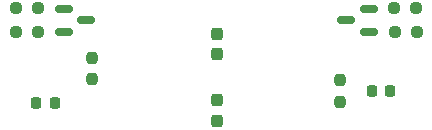
<source format=gbr>
%TF.GenerationSoftware,KiCad,Pcbnew,9.0.1*%
%TF.CreationDate,2025-06-11T23:13:24+02:00*%
%TF.ProjectId,PUTM_EV_CART_INDICATOR,5055544d-5f45-4565-9f43-4152545f494e,rev?*%
%TF.SameCoordinates,Original*%
%TF.FileFunction,Paste,Top*%
%TF.FilePolarity,Positive*%
%FSLAX46Y46*%
G04 Gerber Fmt 4.6, Leading zero omitted, Abs format (unit mm)*
G04 Created by KiCad (PCBNEW 9.0.1) date 2025-06-11 23:13:24*
%MOMM*%
%LPD*%
G01*
G04 APERTURE LIST*
G04 Aperture macros list*
%AMRoundRect*
0 Rectangle with rounded corners*
0 $1 Rounding radius*
0 $2 $3 $4 $5 $6 $7 $8 $9 X,Y pos of 4 corners*
0 Add a 4 corners polygon primitive as box body*
4,1,4,$2,$3,$4,$5,$6,$7,$8,$9,$2,$3,0*
0 Add four circle primitives for the rounded corners*
1,1,$1+$1,$2,$3*
1,1,$1+$1,$4,$5*
1,1,$1+$1,$6,$7*
1,1,$1+$1,$8,$9*
0 Add four rect primitives between the rounded corners*
20,1,$1+$1,$2,$3,$4,$5,0*
20,1,$1+$1,$4,$5,$6,$7,0*
20,1,$1+$1,$6,$7,$8,$9,0*
20,1,$1+$1,$8,$9,$2,$3,0*%
G04 Aperture macros list end*
%ADD10RoundRect,0.150000X-0.587500X-0.150000X0.587500X-0.150000X0.587500X0.150000X-0.587500X0.150000X0*%
%ADD11RoundRect,0.237500X0.237500X-0.287500X0.237500X0.287500X-0.237500X0.287500X-0.237500X-0.287500X0*%
%ADD12RoundRect,0.237500X-0.237500X0.250000X-0.237500X-0.250000X0.237500X-0.250000X0.237500X0.250000X0*%
%ADD13RoundRect,0.237500X-0.237500X0.287500X-0.237500X-0.287500X0.237500X-0.287500X0.237500X0.287500X0*%
%ADD14RoundRect,0.218750X0.218750X0.256250X-0.218750X0.256250X-0.218750X-0.256250X0.218750X-0.256250X0*%
%ADD15RoundRect,0.237500X0.250000X0.237500X-0.250000X0.237500X-0.250000X-0.237500X0.250000X-0.237500X0*%
%ADD16RoundRect,0.150000X0.587500X0.150000X-0.587500X0.150000X-0.587500X-0.150000X0.587500X-0.150000X0*%
%ADD17RoundRect,0.237500X-0.250000X-0.237500X0.250000X-0.237500X0.250000X0.237500X-0.250000X0.237500X0*%
%ADD18RoundRect,0.218750X-0.218750X-0.256250X0.218750X-0.256250X0.218750X0.256250X-0.218750X0.256250X0*%
G04 APERTURE END LIST*
D10*
%TO.C,Q5*%
X94062500Y-73050000D03*
X94062500Y-74950000D03*
X95937500Y-74000000D03*
%TD*%
D11*
%TO.C,D2*%
X107000000Y-76875000D03*
X107000000Y-75125000D03*
%TD*%
D12*
%TO.C,R12*%
X96437500Y-77175000D03*
X96437500Y-79000000D03*
%TD*%
D13*
%TO.C,D1*%
X107000000Y-80750000D03*
X107000000Y-82500000D03*
%TD*%
D14*
%TO.C,D4*%
X121725000Y-80000000D03*
X120150000Y-80000000D03*
%TD*%
D15*
%TO.C,R22*%
X123850000Y-73000000D03*
X122025000Y-73000000D03*
%TD*%
D16*
%TO.C,Q4*%
X119875000Y-74950000D03*
X119875000Y-73050000D03*
X118000000Y-74000000D03*
%TD*%
D15*
%TO.C,R6*%
X91850000Y-73000000D03*
X90025000Y-73000000D03*
%TD*%
D17*
%TO.C,R10*%
X122112500Y-75000000D03*
X123937500Y-75000000D03*
%TD*%
D18*
%TO.C,D3*%
X91712500Y-81000000D03*
X93287500Y-81000000D03*
%TD*%
D15*
%TO.C,R8*%
X91850000Y-75000000D03*
X90025000Y-75000000D03*
%TD*%
D12*
%TO.C,R11*%
X117437500Y-79087500D03*
X117437500Y-80912500D03*
%TD*%
M02*

</source>
